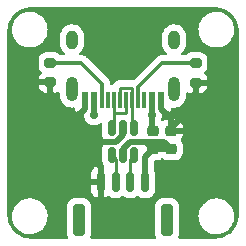
<source format=gbr>
%TF.GenerationSoftware,KiCad,Pcbnew,(6.0.5)*%
%TF.CreationDate,2022-07-03T04:30:49-06:00*%
%TF.ProjectId,usbc-daughter-board,75736263-2d64-4617-9567-687465722d62,1.0*%
%TF.SameCoordinates,Original*%
%TF.FileFunction,Copper,L1,Top*%
%TF.FilePolarity,Positive*%
%FSLAX46Y46*%
G04 Gerber Fmt 4.6, Leading zero omitted, Abs format (unit mm)*
G04 Created by KiCad (PCBNEW (6.0.5)) date 2022-07-03 04:30:49*
%MOMM*%
%LPD*%
G01*
G04 APERTURE LIST*
G04 Aperture macros list*
%AMRoundRect*
0 Rectangle with rounded corners*
0 $1 Rounding radius*
0 $2 $3 $4 $5 $6 $7 $8 $9 X,Y pos of 4 corners*
0 Add a 4 corners polygon primitive as box body*
4,1,4,$2,$3,$4,$5,$6,$7,$8,$9,$2,$3,0*
0 Add four circle primitives for the rounded corners*
1,1,$1+$1,$2,$3*
1,1,$1+$1,$4,$5*
1,1,$1+$1,$6,$7*
1,1,$1+$1,$8,$9*
0 Add four rect primitives between the rounded corners*
20,1,$1+$1,$2,$3,$4,$5,0*
20,1,$1+$1,$4,$5,$6,$7,0*
20,1,$1+$1,$6,$7,$8,$9,0*
20,1,$1+$1,$8,$9,$2,$3,0*%
G04 Aperture macros list end*
%TA.AperFunction,SMDPad,CuDef*%
%ADD10RoundRect,0.218750X-0.256250X0.218750X-0.256250X-0.218750X0.256250X-0.218750X0.256250X0.218750X0*%
%TD*%
%TA.AperFunction,SMDPad,CuDef*%
%ADD11RoundRect,0.200000X-0.275000X0.200000X-0.275000X-0.200000X0.275000X-0.200000X0.275000X0.200000X0*%
%TD*%
%TA.AperFunction,SMDPad,CuDef*%
%ADD12RoundRect,0.150000X-0.150000X0.512500X-0.150000X-0.512500X0.150000X-0.512500X0.150000X0.512500X0*%
%TD*%
%TA.AperFunction,SMDPad,CuDef*%
%ADD13RoundRect,0.225000X0.250000X-0.225000X0.250000X0.225000X-0.250000X0.225000X-0.250000X-0.225000X0*%
%TD*%
%TA.AperFunction,SMDPad,CuDef*%
%ADD14RoundRect,0.150000X-0.150000X-0.700000X0.150000X-0.700000X0.150000X0.700000X-0.150000X0.700000X0*%
%TD*%
%TA.AperFunction,SMDPad,CuDef*%
%ADD15RoundRect,0.250000X-0.250000X-1.100000X0.250000X-1.100000X0.250000X1.100000X-0.250000X1.100000X0*%
%TD*%
%TA.AperFunction,SMDPad,CuDef*%
%ADD16R,0.600000X1.450000*%
%TD*%
%TA.AperFunction,SMDPad,CuDef*%
%ADD17R,0.300000X1.450000*%
%TD*%
%TA.AperFunction,ComponentPad*%
%ADD18O,1.000000X1.600000*%
%TD*%
%TA.AperFunction,ComponentPad*%
%ADD19O,1.000000X2.100000*%
%TD*%
%TA.AperFunction,ViaPad*%
%ADD20C,0.700000*%
%TD*%
%TA.AperFunction,Conductor*%
%ADD21C,0.500000*%
%TD*%
%TA.AperFunction,Conductor*%
%ADD22C,0.300000*%
%TD*%
%TA.AperFunction,Conductor*%
%ADD23C,0.261112*%
%TD*%
G04 APERTURE END LIST*
D10*
%TO.P,F1,1*%
%TO.N,/CON_VBUS*%
X130030000Y-71542500D03*
%TO.P,F1,2*%
%TO.N,VBUS*%
X130030000Y-73117500D03*
%TD*%
D11*
%TO.P,R1,1*%
%TO.N,/CON_CC2*%
X121340000Y-65815000D03*
%TO.P,R1,2*%
%TO.N,GND*%
X121340000Y-67465000D03*
%TD*%
D12*
%TO.P,U1,1,I/O1*%
%TO.N,/CON_USB_D-*%
X128450000Y-71362500D03*
%TO.P,U1,2,GND*%
%TO.N,GND*%
X127500000Y-71362500D03*
%TO.P,U1,3,I/O2*%
%TO.N,/CON_USB_D+*%
X126550000Y-71362500D03*
%TO.P,U1,4,I/O2*%
%TO.N,/JST_USB_D+*%
X126550000Y-73637500D03*
%TO.P,U1,5,VBUS*%
%TO.N,VBUS*%
X127500000Y-73637500D03*
%TO.P,U1,6,I/O1*%
%TO.N,/JST_USB_D-*%
X128450000Y-73637500D03*
%TD*%
D13*
%TO.P,C1,1*%
%TO.N,VBUS*%
X131580000Y-73105000D03*
%TO.P,C1,2*%
%TO.N,GND*%
X131580000Y-71555000D03*
%TD*%
D14*
%TO.P,J2,1,Pin_1*%
%TO.N,GND*%
X125615000Y-75900000D03*
%TO.P,J2,2,Pin_2*%
%TO.N,/JST_USB_D+*%
X126865000Y-75900000D03*
%TO.P,J2,3,Pin_3*%
%TO.N,/JST_USB_D-*%
X128115000Y-75900000D03*
%TO.P,J2,4,Pin_4*%
%TO.N,VBUS*%
X129365000Y-75900000D03*
D15*
%TO.P,J2,MP*%
%TO.N,N/C*%
X123765000Y-79100000D03*
X131215000Y-79100000D03*
%TD*%
D11*
%TO.P,R2,1*%
%TO.N,/CON_CC1*%
X133650000Y-65830000D03*
%TO.P,R2,2*%
%TO.N,GND*%
X133650000Y-67480000D03*
%TD*%
D16*
%TO.P,J1,A1,GND*%
%TO.N,GND*%
X130750000Y-68955000D03*
%TO.P,J1,A4,VBUS*%
%TO.N,/CON_VBUS*%
X129950000Y-68955000D03*
D17*
%TO.P,J1,A5,CC1*%
%TO.N,/CON_CC1*%
X128750000Y-68955000D03*
%TO.P,J1,A6,D+*%
%TO.N,/CON_USB_D+*%
X127750000Y-68955000D03*
%TO.P,J1,A7,D-*%
%TO.N,/CON_USB_D-*%
X127250000Y-68955000D03*
%TO.P,J1,A8,SBU1*%
%TO.N,unconnected-(J1-PadA8)*%
X126250000Y-68955000D03*
D16*
%TO.P,J1,A9,VBUS*%
%TO.N,/CON_VBUS*%
X125050000Y-68955000D03*
%TO.P,J1,A12,GND*%
%TO.N,GND*%
X124250000Y-68955000D03*
%TO.P,J1,B1,GND*%
X124250000Y-68955000D03*
%TO.P,J1,B4,VBUS*%
%TO.N,/CON_VBUS*%
X125050000Y-68955000D03*
D17*
%TO.P,J1,B5,CC2*%
%TO.N,/CON_CC2*%
X125750000Y-68955000D03*
%TO.P,J1,B6,D+*%
%TO.N,/CON_USB_D+*%
X126750000Y-68955000D03*
%TO.P,J1,B7,D-*%
%TO.N,/CON_USB_D-*%
X128250000Y-68955000D03*
%TO.P,J1,B8,SBU2*%
%TO.N,unconnected-(J1-PadB8)*%
X129250000Y-68955000D03*
D16*
%TO.P,J1,B9,VBUS*%
%TO.N,/CON_VBUS*%
X129950000Y-68955000D03*
%TO.P,J1,B12,GND*%
%TO.N,GND*%
X130750000Y-68955000D03*
D18*
%TO.P,J1,S1,SHIELD*%
%TO.N,unconnected-(J1-PadS1)*%
X131820000Y-63860000D03*
D19*
X131820000Y-68040000D03*
D18*
X123180000Y-63860000D03*
D19*
X123180000Y-68040000D03*
%TD*%
D20*
%TO.N,GND*%
X131200000Y-70200000D03*
X125500000Y-74400000D03*
X133600000Y-68500000D03*
X123800000Y-70200000D03*
X125600000Y-72500000D03*
X132300000Y-70600000D03*
X121400000Y-68500000D03*
%TO.N,/CON_VBUS*%
X129940000Y-70230000D03*
X125050000Y-70240000D03*
%TD*%
D21*
%TO.N,VBUS*%
X131580000Y-73105000D02*
X130042500Y-73105000D01*
X131177500Y-72702500D02*
X131000480Y-72525480D01*
X130030000Y-73117500D02*
X130445000Y-72702500D01*
X129365000Y-75900000D02*
X129365000Y-73782500D01*
X127500000Y-73077151D02*
X128051671Y-72525480D01*
X130030000Y-73117500D02*
X129437980Y-72525480D01*
X128051671Y-72525480D02*
X131000480Y-72525480D01*
X129365000Y-73782500D02*
X130030000Y-73117500D01*
X131580000Y-73105000D02*
X131177500Y-72702500D01*
X130445000Y-72702500D02*
X131177500Y-72702500D01*
X130042500Y-73105000D02*
X130030000Y-73117500D01*
X127500000Y-73637500D02*
X127500000Y-73077151D01*
%TO.N,GND*%
X127500000Y-71362500D02*
X127500000Y-71922849D01*
X133650000Y-68450000D02*
X133600000Y-68500000D01*
X121340000Y-67465000D02*
X121340000Y-68440000D01*
X127500000Y-71922849D02*
X126922849Y-72500000D01*
X121340000Y-68440000D02*
X121400000Y-68500000D01*
X133650000Y-67480000D02*
X133650000Y-68450000D01*
X126922849Y-72500000D02*
X125600000Y-72500000D01*
X130750000Y-68955000D02*
X130750000Y-69750000D01*
X130750000Y-69750000D02*
X131200000Y-70200000D01*
X124250000Y-69750000D02*
X123800000Y-70200000D01*
X131580000Y-71320000D02*
X132300000Y-70600000D01*
X125615000Y-75900000D02*
X125615000Y-74515000D01*
X124250000Y-68955000D02*
X124250000Y-69750000D01*
X131580000Y-71555000D02*
X131580000Y-71320000D01*
X125615000Y-74515000D02*
X125500000Y-74400000D01*
%TO.N,/CON_VBUS*%
X129940000Y-70230000D02*
X129940000Y-71452500D01*
X129950000Y-68955000D02*
X129950000Y-70220000D01*
X129940000Y-71452500D02*
X130030000Y-71542500D01*
X129950000Y-70220000D02*
X129940000Y-70230000D01*
X125050000Y-68955000D02*
X125050000Y-70240000D01*
D22*
%TO.N,/CON_CC1*%
X128750000Y-67880978D02*
X130800978Y-65830000D01*
X128750000Y-68955000D02*
X128750000Y-67880978D01*
X130800978Y-65830000D02*
X133650000Y-65830000D01*
D23*
%TO.N,/CON_USB_D+*%
X126750000Y-71162500D02*
X126550000Y-71362500D01*
X127750000Y-69990134D02*
X127720134Y-70020000D01*
X127720134Y-70020000D02*
X126779866Y-70020000D01*
X126750000Y-68955000D02*
X126750000Y-71162500D01*
X126779866Y-70020000D02*
X126750000Y-69990134D01*
X126750000Y-69990134D02*
X126750000Y-68955000D01*
X127750000Y-68955000D02*
X127750000Y-69990134D01*
%TO.N,/CON_USB_D-*%
X127250000Y-68955000D02*
X127250000Y-67919866D01*
X128250000Y-68955000D02*
X128250000Y-71162500D01*
X128230067Y-67899933D02*
X128250000Y-67919866D01*
X128250000Y-71162500D02*
X128450000Y-71362500D01*
X127269933Y-67899933D02*
X128230067Y-67899933D01*
X128250000Y-67919866D02*
X128250000Y-68955000D01*
X127250000Y-67919866D02*
X127269933Y-67899933D01*
D22*
%TO.N,/CON_CC2*%
X125750000Y-67625371D02*
X123939629Y-65815000D01*
X125750000Y-68955000D02*
X125750000Y-67625371D01*
X123939629Y-65815000D02*
X121340000Y-65815000D01*
D23*
%TO.N,/JST_USB_D-*%
X128115000Y-75900000D02*
X128130076Y-75884924D01*
X128130076Y-73951147D02*
X128443723Y-73637500D01*
X128443723Y-73637500D02*
X128450000Y-73637500D01*
X128130076Y-75884924D02*
X128130076Y-73951147D01*
%TO.N,/JST_USB_D+*%
X126865000Y-75900000D02*
X126865000Y-73952500D01*
X126865000Y-73952500D02*
X126550000Y-73637500D01*
%TD*%
%TA.AperFunction,Conductor*%
%TO.N,GND*%
G36*
X135270018Y-61110000D02*
G01*
X135284851Y-61112310D01*
X135284855Y-61112310D01*
X135293724Y-61113691D01*
X135310012Y-61111561D01*
X135334589Y-61110767D01*
X135361441Y-61112527D01*
X135551701Y-61124998D01*
X135568041Y-61127149D01*
X135687690Y-61150948D01*
X135807343Y-61174749D01*
X135823257Y-61179013D01*
X135938776Y-61218227D01*
X136054292Y-61257439D01*
X136069519Y-61263746D01*
X136288342Y-61371657D01*
X136302616Y-61379898D01*
X136505478Y-61515447D01*
X136518553Y-61525480D01*
X136701993Y-61686352D01*
X136713648Y-61698007D01*
X136874520Y-61881447D01*
X136884553Y-61894522D01*
X137020102Y-62097384D01*
X137028343Y-62111658D01*
X137136254Y-62330481D01*
X137142561Y-62345708D01*
X137217788Y-62567318D01*
X137220986Y-62576740D01*
X137225251Y-62592657D01*
X137231482Y-62623980D01*
X137272851Y-62831959D01*
X137275002Y-62848299D01*
X137288077Y-63047763D01*
X137288763Y-63058236D01*
X137287733Y-63081350D01*
X137287690Y-63084854D01*
X137286309Y-63093724D01*
X137287473Y-63102626D01*
X137287473Y-63102628D01*
X137290436Y-63125283D01*
X137291500Y-63141621D01*
X137291500Y-78650633D01*
X137290000Y-78670018D01*
X137287690Y-78684851D01*
X137287690Y-78684855D01*
X137286309Y-78693724D01*
X137288136Y-78707694D01*
X137288439Y-78710010D01*
X137289233Y-78734590D01*
X137275002Y-78951701D01*
X137272851Y-78968041D01*
X137225252Y-79207340D01*
X137220986Y-79223260D01*
X137142561Y-79454292D01*
X137136254Y-79469519D01*
X137028343Y-79688342D01*
X137020102Y-79702616D01*
X136884553Y-79905478D01*
X136874520Y-79918553D01*
X136713648Y-80101993D01*
X136701993Y-80113648D01*
X136518553Y-80274520D01*
X136505478Y-80284553D01*
X136302616Y-80420102D01*
X136288342Y-80428343D01*
X136069519Y-80536254D01*
X136054292Y-80542561D01*
X136039542Y-80547568D01*
X135823257Y-80620987D01*
X135807343Y-80625251D01*
X135697562Y-80647088D01*
X135568041Y-80672851D01*
X135551701Y-80675002D01*
X135410437Y-80684262D01*
X135341763Y-80688763D01*
X135318650Y-80687733D01*
X135315146Y-80687690D01*
X135306276Y-80686309D01*
X135297374Y-80687473D01*
X135297372Y-80687473D01*
X135283915Y-80689233D01*
X135274714Y-80690436D01*
X135258379Y-80691500D01*
X132275265Y-80691500D01*
X132207144Y-80671498D01*
X132160651Y-80617842D01*
X132150547Y-80547568D01*
X132157870Y-80522988D01*
X132157115Y-80522738D01*
X132210632Y-80361389D01*
X132210632Y-80361387D01*
X132212797Y-80354861D01*
X132223500Y-80250400D01*
X132223500Y-78852817D01*
X133887514Y-78852817D01*
X133888095Y-78857837D01*
X133888095Y-78857841D01*
X133903923Y-78994631D01*
X133915415Y-79093956D01*
X133916791Y-79098820D01*
X133916792Y-79098823D01*
X133962476Y-79260266D01*
X133981510Y-79327532D01*
X133983644Y-79332108D01*
X133983646Y-79332114D01*
X134042483Y-79458290D01*
X134084099Y-79547536D01*
X134220544Y-79748307D01*
X134387332Y-79924681D01*
X134391358Y-79927759D01*
X134391359Y-79927760D01*
X134576154Y-80069047D01*
X134576158Y-80069050D01*
X134580174Y-80072120D01*
X134794109Y-80186831D01*
X135023631Y-80265862D01*
X135073757Y-80274520D01*
X135258926Y-80306504D01*
X135258932Y-80306505D01*
X135262836Y-80307179D01*
X135266797Y-80307359D01*
X135266798Y-80307359D01*
X135290506Y-80308436D01*
X135290525Y-80308436D01*
X135291925Y-80308500D01*
X135461001Y-80308500D01*
X135463509Y-80308298D01*
X135463514Y-80308298D01*
X135636924Y-80294346D01*
X135636929Y-80294345D01*
X135641965Y-80293940D01*
X135646873Y-80292734D01*
X135646876Y-80292734D01*
X135872792Y-80237244D01*
X135877706Y-80236037D01*
X135882358Y-80234062D01*
X135882362Y-80234061D01*
X136096498Y-80143165D01*
X136101156Y-80141188D01*
X136207037Y-80074511D01*
X136302288Y-80014528D01*
X136302291Y-80014526D01*
X136306567Y-80011833D01*
X136405422Y-79924681D01*
X136484858Y-79854650D01*
X136484861Y-79854647D01*
X136488655Y-79851302D01*
X136576696Y-79744119D01*
X136639526Y-79667628D01*
X136639528Y-79667625D01*
X136642734Y-79663722D01*
X136713023Y-79542954D01*
X136762299Y-79458290D01*
X136762300Y-79458288D01*
X136764841Y-79453922D01*
X136851833Y-79227298D01*
X136854311Y-79215438D01*
X136900440Y-78994631D01*
X136900440Y-78994627D01*
X136901474Y-78989680D01*
X136912486Y-78747183D01*
X136907027Y-78700000D01*
X136885167Y-78511071D01*
X136885166Y-78511067D01*
X136884585Y-78506044D01*
X136845517Y-78367978D01*
X136819866Y-78277331D01*
X136818490Y-78272468D01*
X136816356Y-78267892D01*
X136816354Y-78267886D01*
X136718038Y-78057046D01*
X136718036Y-78057042D01*
X136715901Y-78052464D01*
X136579456Y-77851693D01*
X136412668Y-77675319D01*
X136405481Y-77669824D01*
X136223846Y-77530953D01*
X136223842Y-77530950D01*
X136219826Y-77527880D01*
X136005891Y-77413169D01*
X135776369Y-77334138D01*
X135646609Y-77311725D01*
X135541074Y-77293496D01*
X135541068Y-77293495D01*
X135537164Y-77292821D01*
X135533203Y-77292641D01*
X135533202Y-77292641D01*
X135509494Y-77291564D01*
X135509475Y-77291564D01*
X135508075Y-77291500D01*
X135338999Y-77291500D01*
X135336491Y-77291702D01*
X135336486Y-77291702D01*
X135163076Y-77305654D01*
X135163071Y-77305655D01*
X135158035Y-77306060D01*
X135153127Y-77307266D01*
X135153124Y-77307266D01*
X135037007Y-77335787D01*
X134922294Y-77363963D01*
X134917642Y-77365938D01*
X134917638Y-77365939D01*
X134810252Y-77411522D01*
X134698844Y-77458812D01*
X134694560Y-77461510D01*
X134497712Y-77585472D01*
X134497709Y-77585474D01*
X134493433Y-77588167D01*
X134489639Y-77591512D01*
X134315142Y-77745350D01*
X134315139Y-77745353D01*
X134311345Y-77748698D01*
X134308135Y-77752606D01*
X134308134Y-77752607D01*
X134227567Y-77850692D01*
X134157266Y-77936278D01*
X134035159Y-78146078D01*
X133948167Y-78372702D01*
X133898526Y-78610320D01*
X133887514Y-78852817D01*
X132223500Y-78852817D01*
X132223500Y-77949600D01*
X132222118Y-77936278D01*
X132213238Y-77850692D01*
X132213237Y-77850688D01*
X132212526Y-77843834D01*
X132156550Y-77676054D01*
X132063478Y-77525652D01*
X131938303Y-77400695D01*
X131876755Y-77362756D01*
X131793968Y-77311725D01*
X131793966Y-77311724D01*
X131787738Y-77307885D01*
X131707995Y-77281436D01*
X131626389Y-77254368D01*
X131626387Y-77254368D01*
X131619861Y-77252203D01*
X131613025Y-77251503D01*
X131613022Y-77251502D01*
X131569969Y-77247091D01*
X131515400Y-77241500D01*
X130914600Y-77241500D01*
X130911354Y-77241837D01*
X130911350Y-77241837D01*
X130815692Y-77251762D01*
X130815688Y-77251763D01*
X130808834Y-77252474D01*
X130802298Y-77254655D01*
X130802296Y-77254655D01*
X130691859Y-77291500D01*
X130641054Y-77308450D01*
X130490652Y-77401522D01*
X130365695Y-77526697D01*
X130272885Y-77677262D01*
X130217203Y-77845139D01*
X130206500Y-77949600D01*
X130206500Y-80250400D01*
X130206837Y-80253646D01*
X130206837Y-80253650D01*
X130212522Y-80308436D01*
X130217474Y-80356166D01*
X130219655Y-80362702D01*
X130219655Y-80362704D01*
X130273450Y-80523946D01*
X130270779Y-80524837D01*
X130279597Y-80582226D01*
X130250729Y-80647088D01*
X130191377Y-80686047D01*
X130154712Y-80691500D01*
X124825265Y-80691500D01*
X124757144Y-80671498D01*
X124710651Y-80617842D01*
X124700547Y-80547568D01*
X124707870Y-80522988D01*
X124707115Y-80522738D01*
X124760632Y-80361389D01*
X124760632Y-80361387D01*
X124762797Y-80354861D01*
X124773500Y-80250400D01*
X124773500Y-77949600D01*
X124772118Y-77936278D01*
X124763238Y-77850692D01*
X124763237Y-77850688D01*
X124762526Y-77843834D01*
X124706550Y-77676054D01*
X124613478Y-77525652D01*
X124488303Y-77400695D01*
X124426755Y-77362756D01*
X124343968Y-77311725D01*
X124343966Y-77311724D01*
X124337738Y-77307885D01*
X124257995Y-77281436D01*
X124176389Y-77254368D01*
X124176387Y-77254368D01*
X124169861Y-77252203D01*
X124163025Y-77251503D01*
X124163022Y-77251502D01*
X124119969Y-77247091D01*
X124065400Y-77241500D01*
X123464600Y-77241500D01*
X123461354Y-77241837D01*
X123461350Y-77241837D01*
X123365692Y-77251762D01*
X123365688Y-77251763D01*
X123358834Y-77252474D01*
X123352298Y-77254655D01*
X123352296Y-77254655D01*
X123241859Y-77291500D01*
X123191054Y-77308450D01*
X123040652Y-77401522D01*
X122915695Y-77526697D01*
X122822885Y-77677262D01*
X122767203Y-77845139D01*
X122756500Y-77949600D01*
X122756500Y-80250400D01*
X122756837Y-80253646D01*
X122756837Y-80253650D01*
X122762522Y-80308436D01*
X122767474Y-80356166D01*
X122769655Y-80362702D01*
X122769655Y-80362704D01*
X122823450Y-80523946D01*
X122820779Y-80524837D01*
X122829597Y-80582226D01*
X122800729Y-80647088D01*
X122741377Y-80686047D01*
X122704712Y-80691500D01*
X119749367Y-80691500D01*
X119729982Y-80690000D01*
X119715149Y-80687690D01*
X119715145Y-80687690D01*
X119706276Y-80686309D01*
X119689988Y-80688439D01*
X119665411Y-80689233D01*
X119616804Y-80686047D01*
X119448299Y-80675002D01*
X119431959Y-80672851D01*
X119302438Y-80647088D01*
X119192657Y-80625251D01*
X119176743Y-80620987D01*
X118960458Y-80547568D01*
X118945708Y-80542561D01*
X118930481Y-80536254D01*
X118711658Y-80428343D01*
X118697384Y-80420102D01*
X118494522Y-80284553D01*
X118481447Y-80274520D01*
X118298007Y-80113648D01*
X118286352Y-80101993D01*
X118125480Y-79918553D01*
X118115447Y-79905478D01*
X117979898Y-79702616D01*
X117971657Y-79688342D01*
X117863746Y-79469519D01*
X117857439Y-79454292D01*
X117779014Y-79223260D01*
X117774748Y-79207340D01*
X117727149Y-78968041D01*
X117724998Y-78951701D01*
X117718516Y-78852817D01*
X118087514Y-78852817D01*
X118088095Y-78857837D01*
X118088095Y-78857841D01*
X118103923Y-78994631D01*
X118115415Y-79093956D01*
X118116791Y-79098820D01*
X118116792Y-79098823D01*
X118162476Y-79260266D01*
X118181510Y-79327532D01*
X118183644Y-79332108D01*
X118183646Y-79332114D01*
X118242483Y-79458290D01*
X118284099Y-79547536D01*
X118420544Y-79748307D01*
X118587332Y-79924681D01*
X118591358Y-79927759D01*
X118591359Y-79927760D01*
X118776154Y-80069047D01*
X118776158Y-80069050D01*
X118780174Y-80072120D01*
X118994109Y-80186831D01*
X119223631Y-80265862D01*
X119273757Y-80274520D01*
X119458926Y-80306504D01*
X119458932Y-80306505D01*
X119462836Y-80307179D01*
X119466797Y-80307359D01*
X119466798Y-80307359D01*
X119490506Y-80308436D01*
X119490525Y-80308436D01*
X119491925Y-80308500D01*
X119661001Y-80308500D01*
X119663509Y-80308298D01*
X119663514Y-80308298D01*
X119836924Y-80294346D01*
X119836929Y-80294345D01*
X119841965Y-80293940D01*
X119846873Y-80292734D01*
X119846876Y-80292734D01*
X120072792Y-80237244D01*
X120077706Y-80236037D01*
X120082358Y-80234062D01*
X120082362Y-80234061D01*
X120296498Y-80143165D01*
X120301156Y-80141188D01*
X120407037Y-80074511D01*
X120502288Y-80014528D01*
X120502291Y-80014526D01*
X120506567Y-80011833D01*
X120605422Y-79924681D01*
X120684858Y-79854650D01*
X120684861Y-79854647D01*
X120688655Y-79851302D01*
X120776696Y-79744119D01*
X120839526Y-79667628D01*
X120839528Y-79667625D01*
X120842734Y-79663722D01*
X120913023Y-79542954D01*
X120962299Y-79458290D01*
X120962300Y-79458288D01*
X120964841Y-79453922D01*
X121051833Y-79227298D01*
X121054311Y-79215438D01*
X121100440Y-78994631D01*
X121100440Y-78994627D01*
X121101474Y-78989680D01*
X121112486Y-78747183D01*
X121107027Y-78700000D01*
X121085167Y-78511071D01*
X121085166Y-78511067D01*
X121084585Y-78506044D01*
X121045517Y-78367978D01*
X121019866Y-78277331D01*
X121018490Y-78272468D01*
X121016356Y-78267892D01*
X121016354Y-78267886D01*
X120918038Y-78057046D01*
X120918036Y-78057042D01*
X120915901Y-78052464D01*
X120779456Y-77851693D01*
X120612668Y-77675319D01*
X120605481Y-77669824D01*
X120423846Y-77530953D01*
X120423842Y-77530950D01*
X120419826Y-77527880D01*
X120205891Y-77413169D01*
X119976369Y-77334138D01*
X119846609Y-77311725D01*
X119741074Y-77293496D01*
X119741068Y-77293495D01*
X119737164Y-77292821D01*
X119733203Y-77292641D01*
X119733202Y-77292641D01*
X119709494Y-77291564D01*
X119709475Y-77291564D01*
X119708075Y-77291500D01*
X119538999Y-77291500D01*
X119536491Y-77291702D01*
X119536486Y-77291702D01*
X119363076Y-77305654D01*
X119363071Y-77305655D01*
X119358035Y-77306060D01*
X119353127Y-77307266D01*
X119353124Y-77307266D01*
X119237007Y-77335787D01*
X119122294Y-77363963D01*
X119117642Y-77365938D01*
X119117638Y-77365939D01*
X119010252Y-77411522D01*
X118898844Y-77458812D01*
X118894560Y-77461510D01*
X118697712Y-77585472D01*
X118697709Y-77585474D01*
X118693433Y-77588167D01*
X118689639Y-77591512D01*
X118515142Y-77745350D01*
X118515139Y-77745353D01*
X118511345Y-77748698D01*
X118508135Y-77752606D01*
X118508134Y-77752607D01*
X118427567Y-77850692D01*
X118357266Y-77936278D01*
X118235159Y-78146078D01*
X118148167Y-78372702D01*
X118098526Y-78610320D01*
X118087514Y-78852817D01*
X117718516Y-78852817D01*
X117711476Y-78745407D01*
X117712650Y-78722232D01*
X117712334Y-78722204D01*
X117712770Y-78717344D01*
X117713576Y-78712552D01*
X117713729Y-78700000D01*
X117709773Y-78672376D01*
X117708500Y-78654514D01*
X117708500Y-76663984D01*
X124807001Y-76663984D01*
X124807195Y-76668920D01*
X124809430Y-76697336D01*
X124811730Y-76709931D01*
X124854107Y-76855790D01*
X124860352Y-76870221D01*
X124936911Y-76999678D01*
X124946551Y-77012104D01*
X125052896Y-77118449D01*
X125065322Y-77128089D01*
X125194779Y-77204648D01*
X125209210Y-77210893D01*
X125343605Y-77249939D01*
X125357706Y-77249899D01*
X125361000Y-77242630D01*
X125361000Y-76172115D01*
X125356525Y-76156876D01*
X125355135Y-76155671D01*
X125347452Y-76154000D01*
X124825116Y-76154000D01*
X124809877Y-76158475D01*
X124808672Y-76159865D01*
X124807001Y-76167548D01*
X124807001Y-76663984D01*
X117708500Y-76663984D01*
X117708500Y-75627885D01*
X124807000Y-75627885D01*
X124811475Y-75643124D01*
X124812865Y-75644329D01*
X124820548Y-75646000D01*
X125342885Y-75646000D01*
X125358124Y-75641525D01*
X125359329Y-75640135D01*
X125361000Y-75632452D01*
X125361000Y-74563122D01*
X125357027Y-74549591D01*
X125349129Y-74548456D01*
X125209210Y-74589107D01*
X125194779Y-74595352D01*
X125065322Y-74671911D01*
X125052896Y-74681551D01*
X124946551Y-74787896D01*
X124936911Y-74800322D01*
X124860352Y-74929779D01*
X124854107Y-74944210D01*
X124811731Y-75090065D01*
X124809430Y-75102667D01*
X124807193Y-75131084D01*
X124807000Y-75136014D01*
X124807000Y-75627885D01*
X117708500Y-75627885D01*
X117708500Y-67729294D01*
X120357709Y-67729294D01*
X120363132Y-67788315D01*
X120365743Y-67801351D01*
X120412715Y-67951243D01*
X120418921Y-67964988D01*
X120499824Y-68098574D01*
X120509131Y-68110443D01*
X120619557Y-68220869D01*
X120631426Y-68230176D01*
X120765012Y-68311079D01*
X120778757Y-68317285D01*
X120928644Y-68364256D01*
X120941694Y-68366869D01*
X121005521Y-68372734D01*
X121011309Y-68373000D01*
X121067885Y-68373000D01*
X121083124Y-68368525D01*
X121084329Y-68367135D01*
X121086000Y-68359452D01*
X121086000Y-67737115D01*
X121081525Y-67721876D01*
X121080135Y-67720671D01*
X121072452Y-67719000D01*
X120375116Y-67719000D01*
X120359877Y-67723475D01*
X120358672Y-67724865D01*
X120357709Y-67729294D01*
X117708500Y-67729294D01*
X117708500Y-65558365D01*
X120356500Y-65558365D01*
X120356501Y-66071634D01*
X120363247Y-66145062D01*
X120414528Y-66308699D01*
X120503361Y-66455381D01*
X120599239Y-66551259D01*
X120633265Y-66613571D01*
X120628200Y-66684386D01*
X120599239Y-66729449D01*
X120509131Y-66819557D01*
X120499824Y-66831426D01*
X120418921Y-66965012D01*
X120412715Y-66978757D01*
X120365744Y-67128644D01*
X120363131Y-67141694D01*
X120358087Y-67196586D01*
X120361475Y-67208124D01*
X120362865Y-67209329D01*
X120370548Y-67211000D01*
X121468000Y-67211000D01*
X121536121Y-67231002D01*
X121582614Y-67284658D01*
X121594000Y-67337000D01*
X121594000Y-68354884D01*
X121598475Y-68370123D01*
X121599865Y-68371328D01*
X121607548Y-68372999D01*
X121668705Y-68372999D01*
X121674454Y-68372736D01*
X121738315Y-68366868D01*
X121751351Y-68364257D01*
X121901243Y-68317285D01*
X121914988Y-68311079D01*
X121980228Y-68271568D01*
X122048858Y-68253389D01*
X122116422Y-68275199D01*
X122161468Y-68330075D01*
X122171500Y-68379344D01*
X122171500Y-68639769D01*
X122171800Y-68642825D01*
X122171800Y-68642832D01*
X122172530Y-68650273D01*
X122185920Y-68786833D01*
X122243084Y-68976169D01*
X122335934Y-69150796D01*
X122406291Y-69237062D01*
X122457040Y-69299287D01*
X122457043Y-69299290D01*
X122460935Y-69304062D01*
X122465682Y-69307989D01*
X122465684Y-69307991D01*
X122608575Y-69426201D01*
X122608579Y-69426203D01*
X122613325Y-69430130D01*
X122787299Y-69524198D01*
X122976232Y-69582682D01*
X122982357Y-69583326D01*
X122982358Y-69583326D01*
X123166796Y-69602711D01*
X123166798Y-69602711D01*
X123172925Y-69603355D01*
X123304582Y-69591373D01*
X123374234Y-69605118D01*
X123425399Y-69654339D01*
X123442001Y-69716854D01*
X123442001Y-69724669D01*
X123442371Y-69731490D01*
X123447895Y-69782352D01*
X123451521Y-69797604D01*
X123496676Y-69918054D01*
X123505214Y-69933649D01*
X123581715Y-70035724D01*
X123594276Y-70048285D01*
X123696351Y-70124786D01*
X123711946Y-70133324D01*
X123832394Y-70178478D01*
X123847649Y-70182105D01*
X123898514Y-70187631D01*
X123905328Y-70188000D01*
X124067855Y-70188000D01*
X124135976Y-70208002D01*
X124182469Y-70261658D01*
X124193164Y-70300828D01*
X124205635Y-70419475D01*
X124261401Y-70591107D01*
X124264704Y-70596829D01*
X124264705Y-70596830D01*
X124296689Y-70652227D01*
X124351633Y-70747393D01*
X124472387Y-70881504D01*
X124477729Y-70885385D01*
X124477731Y-70885387D01*
X124613043Y-70983697D01*
X124618385Y-70987578D01*
X124624413Y-70990262D01*
X124624415Y-70990263D01*
X124777217Y-71058295D01*
X124783248Y-71060980D01*
X124871508Y-71079740D01*
X124953311Y-71097128D01*
X124953315Y-71097128D01*
X124959768Y-71098500D01*
X125140232Y-71098500D01*
X125146685Y-71097128D01*
X125146689Y-71097128D01*
X125228492Y-71079740D01*
X125316752Y-71060980D01*
X125322783Y-71058295D01*
X125475585Y-70990263D01*
X125475587Y-70990262D01*
X125481615Y-70987578D01*
X125541440Y-70944113D01*
X125608306Y-70920255D01*
X125677458Y-70936335D01*
X125726938Y-70987249D01*
X125741500Y-71046049D01*
X125741500Y-71941502D01*
X125741693Y-71943950D01*
X125741693Y-71943958D01*
X125743518Y-71967136D01*
X125744438Y-71978831D01*
X125790855Y-72138601D01*
X125801648Y-72156851D01*
X125871509Y-72274980D01*
X125871511Y-72274983D01*
X125875547Y-72281807D01*
X125993193Y-72399453D01*
X125997002Y-72401706D01*
X126037655Y-72457996D01*
X126041506Y-72528888D01*
X126006418Y-72590609D01*
X125998724Y-72597276D01*
X125993193Y-72600547D01*
X125875547Y-72718193D01*
X125871511Y-72725017D01*
X125871509Y-72725020D01*
X125808674Y-72831268D01*
X125790855Y-72861399D01*
X125744438Y-73021169D01*
X125741500Y-73058498D01*
X125741500Y-74216502D01*
X125744438Y-74253831D01*
X125790855Y-74413601D01*
X125851455Y-74516069D01*
X125869000Y-74580206D01*
X125869000Y-77236878D01*
X125872973Y-77250409D01*
X125880871Y-77251544D01*
X126020790Y-77210893D01*
X126035221Y-77204648D01*
X126171498Y-77124055D01*
X126172573Y-77125874D01*
X126228454Y-77103936D01*
X126298076Y-77117839D01*
X126307880Y-77124140D01*
X126308193Y-77124453D01*
X126451399Y-77209145D01*
X126459010Y-77211356D01*
X126459012Y-77211357D01*
X126511231Y-77226528D01*
X126611169Y-77255562D01*
X126617574Y-77256066D01*
X126617579Y-77256067D01*
X126646042Y-77258307D01*
X126646050Y-77258307D01*
X126648498Y-77258500D01*
X127081502Y-77258500D01*
X127083950Y-77258307D01*
X127083958Y-77258307D01*
X127112421Y-77256067D01*
X127112426Y-77256066D01*
X127118831Y-77255562D01*
X127218769Y-77226528D01*
X127270988Y-77211357D01*
X127270990Y-77211356D01*
X127278601Y-77209145D01*
X127421807Y-77124453D01*
X127422864Y-77126241D01*
X127478851Y-77104255D01*
X127548475Y-77118151D01*
X127558034Y-77124294D01*
X127558193Y-77124453D01*
X127701399Y-77209145D01*
X127709010Y-77211356D01*
X127709012Y-77211357D01*
X127761231Y-77226528D01*
X127861169Y-77255562D01*
X127867574Y-77256066D01*
X127867579Y-77256067D01*
X127896042Y-77258307D01*
X127896050Y-77258307D01*
X127898498Y-77258500D01*
X128331502Y-77258500D01*
X128333950Y-77258307D01*
X128333958Y-77258307D01*
X128362421Y-77256067D01*
X128362426Y-77256066D01*
X128368831Y-77255562D01*
X128468769Y-77226528D01*
X128520988Y-77211357D01*
X128520990Y-77211356D01*
X128528601Y-77209145D01*
X128671807Y-77124453D01*
X128672864Y-77126241D01*
X128728851Y-77104255D01*
X128798475Y-77118151D01*
X128808034Y-77124294D01*
X128808193Y-77124453D01*
X128951399Y-77209145D01*
X128959010Y-77211356D01*
X128959012Y-77211357D01*
X129011231Y-77226528D01*
X129111169Y-77255562D01*
X129117574Y-77256066D01*
X129117579Y-77256067D01*
X129146042Y-77258307D01*
X129146050Y-77258307D01*
X129148498Y-77258500D01*
X129581502Y-77258500D01*
X129583950Y-77258307D01*
X129583958Y-77258307D01*
X129612421Y-77256067D01*
X129612426Y-77256066D01*
X129618831Y-77255562D01*
X129718769Y-77226528D01*
X129770988Y-77211357D01*
X129770990Y-77211356D01*
X129778601Y-77209145D01*
X129807411Y-77192107D01*
X129914980Y-77128491D01*
X129914983Y-77128489D01*
X129921807Y-77124453D01*
X130039453Y-77006807D01*
X130043489Y-76999983D01*
X130043491Y-76999980D01*
X130120108Y-76870427D01*
X130124145Y-76863601D01*
X130126415Y-76855790D01*
X130168767Y-76710008D01*
X130170562Y-76703831D01*
X130171074Y-76697336D01*
X130173307Y-76668958D01*
X130173307Y-76668950D01*
X130173500Y-76666502D01*
X130173500Y-75133498D01*
X130173307Y-75131042D01*
X130171067Y-75102579D01*
X130171066Y-75102574D01*
X130170562Y-75096169D01*
X130128503Y-74951398D01*
X130123500Y-74916246D01*
X130123500Y-74189500D01*
X130143502Y-74121379D01*
X130197158Y-74074886D01*
X130249500Y-74063500D01*
X130334572Y-74063500D01*
X130337818Y-74063163D01*
X130337822Y-74063163D01*
X130371603Y-74059658D01*
X130435982Y-74052978D01*
X130596849Y-73999308D01*
X130707991Y-73930531D01*
X130740795Y-73910232D01*
X130809247Y-73891395D01*
X130873214Y-73910117D01*
X130873401Y-73910232D01*
X131017899Y-73999302D01*
X131180243Y-74053149D01*
X131187080Y-74053849D01*
X131187082Y-74053850D01*
X131228401Y-74058083D01*
X131281268Y-74063500D01*
X131878732Y-74063500D01*
X131881978Y-74063163D01*
X131881982Y-74063163D01*
X131916083Y-74059625D01*
X131981019Y-74052887D01*
X132134726Y-74001606D01*
X132136324Y-74001073D01*
X132136326Y-74001072D01*
X132143268Y-73998756D01*
X132288713Y-73908752D01*
X132409552Y-73787702D01*
X132499302Y-73642101D01*
X132553149Y-73479757D01*
X132563500Y-73378732D01*
X132563500Y-72831268D01*
X132552887Y-72728981D01*
X132541304Y-72694263D01*
X132501073Y-72573676D01*
X132501072Y-72573674D01*
X132498756Y-72566732D01*
X132475338Y-72528888D01*
X132412606Y-72427515D01*
X132408752Y-72421287D01*
X132403570Y-72416114D01*
X132399023Y-72410377D01*
X132400830Y-72408945D01*
X132372098Y-72356425D01*
X132377108Y-72285605D01*
X132400499Y-72249147D01*
X132399448Y-72248317D01*
X132412998Y-72231160D01*
X132495004Y-72098120D01*
X132501151Y-72084939D01*
X132550491Y-71936186D01*
X132553358Y-71922810D01*
X132562672Y-71831903D01*
X132562929Y-71826874D01*
X132558525Y-71811876D01*
X132557135Y-71810671D01*
X132549452Y-71809000D01*
X131452000Y-71809000D01*
X131383879Y-71788998D01*
X131337386Y-71735342D01*
X131326000Y-71683000D01*
X131326000Y-71282885D01*
X131834000Y-71282885D01*
X131838475Y-71298124D01*
X131839865Y-71299329D01*
X131847548Y-71301000D01*
X132544885Y-71301000D01*
X132560124Y-71296525D01*
X132561329Y-71295135D01*
X132563000Y-71287452D01*
X132563000Y-71284562D01*
X132562663Y-71278047D01*
X132553106Y-71185943D01*
X132550212Y-71172544D01*
X132500619Y-71023893D01*
X132494445Y-71010714D01*
X132412212Y-70877827D01*
X132403176Y-70866426D01*
X132292571Y-70756014D01*
X132281160Y-70747002D01*
X132148120Y-70664996D01*
X132134939Y-70658849D01*
X131986186Y-70609509D01*
X131972810Y-70606642D01*
X131881903Y-70597328D01*
X131875486Y-70597000D01*
X131852115Y-70597000D01*
X131836876Y-70601475D01*
X131835671Y-70602865D01*
X131834000Y-70610548D01*
X131834000Y-71282885D01*
X131326000Y-71282885D01*
X131326000Y-70615115D01*
X131321525Y-70599876D01*
X131320135Y-70598671D01*
X131312452Y-70597000D01*
X131284562Y-70597000D01*
X131278047Y-70597337D01*
X131185943Y-70606894D01*
X131172544Y-70609788D01*
X131023893Y-70659381D01*
X131010721Y-70665552D01*
X130915645Y-70724386D01*
X130847193Y-70743223D01*
X130779423Y-70722062D01*
X130733852Y-70667621D01*
X130724949Y-70597184D01*
X130729509Y-70578305D01*
X130782325Y-70415754D01*
X130782325Y-70415753D01*
X130784365Y-70409475D01*
X130785055Y-70402911D01*
X130795785Y-70300828D01*
X130822799Y-70235171D01*
X130881021Y-70194542D01*
X130921095Y-70187999D01*
X131094669Y-70187999D01*
X131101490Y-70187629D01*
X131152352Y-70182105D01*
X131167604Y-70178479D01*
X131288054Y-70133324D01*
X131303649Y-70124786D01*
X131405724Y-70048285D01*
X131418285Y-70035724D01*
X131494786Y-69933649D01*
X131503324Y-69918054D01*
X131548478Y-69797606D01*
X131552105Y-69782351D01*
X131557631Y-69731486D01*
X131558000Y-69724672D01*
X131558000Y-69716499D01*
X131578002Y-69648378D01*
X131631658Y-69601885D01*
X131697170Y-69591189D01*
X131806796Y-69602711D01*
X131806798Y-69602711D01*
X131812925Y-69603355D01*
X131895424Y-69595847D01*
X132003749Y-69585989D01*
X132003752Y-69585988D01*
X132009888Y-69585430D01*
X132015794Y-69583692D01*
X132015798Y-69583691D01*
X132120924Y-69552751D01*
X132199619Y-69529590D01*
X132205077Y-69526737D01*
X132205081Y-69526735D01*
X132295853Y-69479280D01*
X132374890Y-69437960D01*
X132529025Y-69314032D01*
X132656154Y-69162526D01*
X132659121Y-69157128D01*
X132659125Y-69157123D01*
X132748467Y-68994608D01*
X132751433Y-68989213D01*
X132753846Y-68981608D01*
X132809373Y-68806564D01*
X132809373Y-68806563D01*
X132811235Y-68800694D01*
X132828500Y-68646773D01*
X132828500Y-68400400D01*
X132848502Y-68332279D01*
X132902158Y-68285786D01*
X132972432Y-68275682D01*
X133019772Y-68292624D01*
X133075013Y-68326079D01*
X133088757Y-68332285D01*
X133238644Y-68379256D01*
X133251694Y-68381869D01*
X133315521Y-68387734D01*
X133321309Y-68388000D01*
X133377885Y-68388000D01*
X133393124Y-68383525D01*
X133394329Y-68382135D01*
X133396000Y-68374452D01*
X133396000Y-68369884D01*
X133904000Y-68369884D01*
X133908475Y-68385123D01*
X133909865Y-68386328D01*
X133917548Y-68387999D01*
X133978705Y-68387999D01*
X133984454Y-68387736D01*
X134048315Y-68381868D01*
X134061351Y-68379257D01*
X134211243Y-68332285D01*
X134224988Y-68326079D01*
X134358574Y-68245176D01*
X134370443Y-68235869D01*
X134480869Y-68125443D01*
X134490176Y-68113574D01*
X134571079Y-67979988D01*
X134577285Y-67966243D01*
X134624256Y-67816356D01*
X134626869Y-67803306D01*
X134631913Y-67748414D01*
X134628525Y-67736876D01*
X134627135Y-67735671D01*
X134619452Y-67734000D01*
X133922115Y-67734000D01*
X133906876Y-67738475D01*
X133905671Y-67739865D01*
X133904000Y-67747548D01*
X133904000Y-68369884D01*
X133396000Y-68369884D01*
X133396000Y-67352000D01*
X133416002Y-67283879D01*
X133469658Y-67237386D01*
X133522000Y-67226000D01*
X134614884Y-67226000D01*
X134630123Y-67221525D01*
X134631328Y-67220135D01*
X134632291Y-67215706D01*
X134626868Y-67156685D01*
X134624257Y-67143649D01*
X134577285Y-66993757D01*
X134571079Y-66980012D01*
X134490176Y-66846426D01*
X134480869Y-66834557D01*
X134390761Y-66744449D01*
X134356735Y-66682137D01*
X134361800Y-66611322D01*
X134390761Y-66566259D01*
X134486639Y-66470381D01*
X134575472Y-66323699D01*
X134582445Y-66301450D01*
X134624752Y-66166446D01*
X134626753Y-66160062D01*
X134633500Y-66086635D01*
X134633499Y-65573366D01*
X134626753Y-65499938D01*
X134620052Y-65478554D01*
X134577744Y-65343550D01*
X134577743Y-65343548D01*
X134575472Y-65336301D01*
X134486639Y-65189619D01*
X134365381Y-65068361D01*
X134218699Y-64979528D01*
X134211452Y-64977257D01*
X134211450Y-64977256D01*
X134145164Y-64956483D01*
X134055062Y-64928247D01*
X133981635Y-64921500D01*
X133978737Y-64921500D01*
X133649140Y-64921501D01*
X133318366Y-64921501D01*
X133315508Y-64921764D01*
X133315499Y-64921764D01*
X133279996Y-64925026D01*
X133244938Y-64928247D01*
X133238560Y-64930246D01*
X133238559Y-64930246D01*
X133088550Y-64977256D01*
X133088548Y-64977257D01*
X133081301Y-64979528D01*
X132934619Y-65068361D01*
X132868385Y-65134595D01*
X132806073Y-65168621D01*
X132779290Y-65171500D01*
X132529283Y-65171500D01*
X132461162Y-65151498D01*
X132414669Y-65097842D01*
X132404565Y-65027568D01*
X132434059Y-64962988D01*
X132450331Y-64947304D01*
X132501079Y-64906501D01*
X132529025Y-64884032D01*
X132656154Y-64732526D01*
X132659121Y-64727128D01*
X132659125Y-64727123D01*
X132748467Y-64564608D01*
X132751433Y-64559213D01*
X132753846Y-64551608D01*
X132809373Y-64376564D01*
X132809373Y-64376563D01*
X132811235Y-64370694D01*
X132828500Y-64216773D01*
X132828500Y-63510231D01*
X132827814Y-63503227D01*
X132820368Y-63427298D01*
X132814080Y-63363167D01*
X132756916Y-63173831D01*
X132692572Y-63052817D01*
X133887514Y-63052817D01*
X133888095Y-63057837D01*
X133888095Y-63057841D01*
X133903923Y-63194631D01*
X133915415Y-63293956D01*
X133916791Y-63298820D01*
X133916792Y-63298823D01*
X133962476Y-63460266D01*
X133981510Y-63527532D01*
X133983644Y-63532108D01*
X133983646Y-63532114D01*
X134040446Y-63653922D01*
X134084099Y-63747536D01*
X134220544Y-63948307D01*
X134387332Y-64124681D01*
X134391358Y-64127759D01*
X134391359Y-64127760D01*
X134576154Y-64269047D01*
X134576158Y-64269050D01*
X134580174Y-64272120D01*
X134794109Y-64386831D01*
X135023631Y-64465862D01*
X135122978Y-64483022D01*
X135258926Y-64506504D01*
X135258932Y-64506505D01*
X135262836Y-64507179D01*
X135266797Y-64507359D01*
X135266798Y-64507359D01*
X135290506Y-64508436D01*
X135290525Y-64508436D01*
X135291925Y-64508500D01*
X135461001Y-64508500D01*
X135463509Y-64508298D01*
X135463514Y-64508298D01*
X135636924Y-64494346D01*
X135636929Y-64494345D01*
X135641965Y-64493940D01*
X135646873Y-64492734D01*
X135646876Y-64492734D01*
X135872792Y-64437244D01*
X135877706Y-64436037D01*
X135882358Y-64434062D01*
X135882362Y-64434061D01*
X136050392Y-64362736D01*
X136101156Y-64341188D01*
X136207037Y-64274511D01*
X136302288Y-64214528D01*
X136302291Y-64214526D01*
X136306567Y-64211833D01*
X136405422Y-64124681D01*
X136484858Y-64054650D01*
X136484861Y-64054647D01*
X136488655Y-64051302D01*
X136642734Y-63863722D01*
X136764841Y-63653922D01*
X136818815Y-63513313D01*
X136850020Y-63432022D01*
X136850021Y-63432018D01*
X136851833Y-63427298D01*
X136866848Y-63355425D01*
X136900440Y-63194631D01*
X136900440Y-63194627D01*
X136901474Y-63189680D01*
X136912486Y-62947183D01*
X136901045Y-62848299D01*
X136885167Y-62711071D01*
X136885166Y-62711067D01*
X136884585Y-62706044D01*
X136845517Y-62567978D01*
X136819866Y-62477331D01*
X136818490Y-62472468D01*
X136816356Y-62467892D01*
X136816354Y-62467886D01*
X136718038Y-62257046D01*
X136718036Y-62257042D01*
X136715901Y-62252464D01*
X136579456Y-62051693D01*
X136412668Y-61875319D01*
X136408641Y-61872240D01*
X136223846Y-61730953D01*
X136223842Y-61730950D01*
X136219826Y-61727880D01*
X136005891Y-61613169D01*
X135776369Y-61534138D01*
X135668157Y-61515447D01*
X135541074Y-61493496D01*
X135541068Y-61493495D01*
X135537164Y-61492821D01*
X135533203Y-61492641D01*
X135533202Y-61492641D01*
X135509494Y-61491564D01*
X135509475Y-61491564D01*
X135508075Y-61491500D01*
X135338999Y-61491500D01*
X135336491Y-61491702D01*
X135336486Y-61491702D01*
X135163076Y-61505654D01*
X135163071Y-61505655D01*
X135158035Y-61506060D01*
X135153127Y-61507266D01*
X135153124Y-61507266D01*
X135037007Y-61535787D01*
X134922294Y-61563963D01*
X134917642Y-61565938D01*
X134917638Y-61565939D01*
X134852271Y-61593686D01*
X134698844Y-61658812D01*
X134646465Y-61691797D01*
X134497712Y-61785472D01*
X134497709Y-61785474D01*
X134493433Y-61788167D01*
X134489639Y-61791512D01*
X134315142Y-61945350D01*
X134315139Y-61945353D01*
X134311345Y-61948698D01*
X134308135Y-61952606D01*
X134308134Y-61952607D01*
X134189214Y-62097384D01*
X134157266Y-62136278D01*
X134096213Y-62241178D01*
X134044237Y-62330481D01*
X134035159Y-62346078D01*
X134033346Y-62350801D01*
X133950234Y-62567318D01*
X133948167Y-62572702D01*
X133947133Y-62577652D01*
X133947132Y-62577655D01*
X133903796Y-62785095D01*
X133898526Y-62810320D01*
X133887514Y-63052817D01*
X132692572Y-63052817D01*
X132664066Y-62999204D01*
X132593709Y-62912938D01*
X132542960Y-62850713D01*
X132542957Y-62850710D01*
X132539065Y-62845938D01*
X132531956Y-62840057D01*
X132391425Y-62723799D01*
X132391421Y-62723797D01*
X132386675Y-62719870D01*
X132212701Y-62625802D01*
X132023768Y-62567318D01*
X132017643Y-62566674D01*
X132017642Y-62566674D01*
X131833204Y-62547289D01*
X131833202Y-62547289D01*
X131827075Y-62546645D01*
X131744576Y-62554153D01*
X131636251Y-62564011D01*
X131636248Y-62564012D01*
X131630112Y-62564570D01*
X131624206Y-62566308D01*
X131624202Y-62566309D01*
X131534669Y-62592660D01*
X131440381Y-62620410D01*
X131434923Y-62623263D01*
X131434919Y-62623265D01*
X131344147Y-62670720D01*
X131265110Y-62712040D01*
X131110975Y-62835968D01*
X130983846Y-62987474D01*
X130980879Y-62992872D01*
X130980875Y-62992877D01*
X130928644Y-63087886D01*
X130888567Y-63160787D01*
X130886706Y-63166654D01*
X130886705Y-63166656D01*
X130877831Y-63194631D01*
X130828765Y-63349306D01*
X130811500Y-63503227D01*
X130811500Y-64209769D01*
X130811800Y-64212825D01*
X130811800Y-64212832D01*
X130812530Y-64220273D01*
X130825920Y-64356833D01*
X130883084Y-64546169D01*
X130975934Y-64720796D01*
X131046291Y-64807062D01*
X131097040Y-64869287D01*
X131097043Y-64869290D01*
X131100935Y-64874062D01*
X131190814Y-64948416D01*
X131230551Y-65007249D01*
X131232172Y-65078227D01*
X131195163Y-65138815D01*
X131131273Y-65169775D01*
X131110497Y-65171500D01*
X130883037Y-65171500D01*
X130871181Y-65170941D01*
X130863441Y-65169211D01*
X130855515Y-65169460D01*
X130855514Y-65169460D01*
X130792589Y-65171438D01*
X130788631Y-65171500D01*
X130759546Y-65171500D01*
X130755615Y-65171997D01*
X130755608Y-65171997D01*
X130755157Y-65172054D01*
X130743321Y-65172986D01*
X130697147Y-65174438D01*
X130676557Y-65180420D01*
X130657196Y-65184430D01*
X130650208Y-65185312D01*
X130643774Y-65186125D01*
X130643773Y-65186125D01*
X130635914Y-65187118D01*
X130628549Y-65190034D01*
X130628545Y-65190035D01*
X130592957Y-65204126D01*
X130581747Y-65207965D01*
X130537378Y-65220855D01*
X130518913Y-65231775D01*
X130501173Y-65240466D01*
X130481222Y-65248365D01*
X130461189Y-65262920D01*
X130443852Y-65275516D01*
X130433930Y-65282033D01*
X130401001Y-65301507D01*
X130400997Y-65301510D01*
X130394171Y-65305547D01*
X130379007Y-65320711D01*
X130363974Y-65333551D01*
X130346621Y-65346159D01*
X130317176Y-65381752D01*
X130309186Y-65390532D01*
X128463501Y-67236217D01*
X128401189Y-67270243D01*
X128343075Y-67269164D01*
X128310799Y-67260877D01*
X128290277Y-67260877D01*
X128270566Y-67259326D01*
X128258128Y-67257356D01*
X128250299Y-67256116D01*
X128242407Y-67256862D01*
X128205847Y-67260318D01*
X128193989Y-67260877D01*
X127349429Y-67260877D01*
X127338099Y-67260343D01*
X127330552Y-67258656D01*
X127322626Y-67258905D01*
X127322625Y-67258905D01*
X127261856Y-67260815D01*
X127257898Y-67260877D01*
X127229729Y-67260877D01*
X127225814Y-67261372D01*
X127225810Y-67261372D01*
X127225700Y-67261386D01*
X127225644Y-67261393D01*
X127213802Y-67262326D01*
X127185682Y-67263209D01*
X127177092Y-67263479D01*
X127177091Y-67263479D01*
X127169169Y-67263728D01*
X127149458Y-67269455D01*
X127130097Y-67273464D01*
X127117603Y-67275042D01*
X127117602Y-67275042D01*
X127109743Y-67276035D01*
X127102376Y-67278952D01*
X127102375Y-67278952D01*
X127068237Y-67292468D01*
X127057007Y-67296313D01*
X127021729Y-67306562D01*
X127021727Y-67306563D01*
X127014116Y-67308774D01*
X126996441Y-67319228D01*
X126978695Y-67327921D01*
X126959619Y-67335473D01*
X126948823Y-67343317D01*
X126923493Y-67361720D01*
X126913575Y-67368235D01*
X126875139Y-67390966D01*
X126860632Y-67405473D01*
X126845598Y-67418314D01*
X126828992Y-67430379D01*
X126823939Y-67436487D01*
X126801848Y-67463191D01*
X126796610Y-67469132D01*
X126792352Y-67473666D01*
X126789600Y-67476505D01*
X126769691Y-67496414D01*
X126767160Y-67499678D01*
X126759453Y-67508701D01*
X126728884Y-67541253D01*
X126725065Y-67548199D01*
X126725064Y-67548201D01*
X126718997Y-67559237D01*
X126708143Y-67575761D01*
X126701800Y-67583939D01*
X126695566Y-67591975D01*
X126692418Y-67599250D01*
X126677833Y-67632953D01*
X126672613Y-67643610D01*
X126665691Y-67656200D01*
X126615347Y-67706258D01*
X126558645Y-67720645D01*
X126558681Y-67721316D01*
X126555286Y-67721500D01*
X126551866Y-67721500D01*
X126548462Y-67721870D01*
X126548458Y-67721870D01*
X126548096Y-67721909D01*
X126548012Y-67721894D01*
X126545074Y-67722053D01*
X126545036Y-67721360D01*
X126478215Y-67709375D01*
X126426204Y-67661049D01*
X126408500Y-67596645D01*
X126408500Y-67583939D01*
X126407944Y-67579539D01*
X126407012Y-67567701D01*
X126405811Y-67529465D01*
X126405562Y-67521540D01*
X126399580Y-67500950D01*
X126395570Y-67481587D01*
X126393875Y-67468167D01*
X126393875Y-67468166D01*
X126392882Y-67460307D01*
X126389966Y-67452942D01*
X126389965Y-67452938D01*
X126375874Y-67417350D01*
X126372035Y-67406140D01*
X126359145Y-67361771D01*
X126348229Y-67343314D01*
X126339534Y-67325564D01*
X126331635Y-67305615D01*
X126314023Y-67281374D01*
X126304477Y-67268235D01*
X126297960Y-67258314D01*
X126274452Y-67218564D01*
X126259291Y-67203403D01*
X126246449Y-67188368D01*
X126233841Y-67171014D01*
X126227737Y-67165964D01*
X126227735Y-67165962D01*
X126198237Y-67141559D01*
X126189459Y-67133570D01*
X124463283Y-65407394D01*
X124455293Y-65398614D01*
X124451045Y-65391920D01*
X124399369Y-65343394D01*
X124396559Y-65340671D01*
X124375962Y-65320073D01*
X124372455Y-65317353D01*
X124363433Y-65309647D01*
X124335542Y-65283456D01*
X124329762Y-65278028D01*
X124322810Y-65274206D01*
X124310971Y-65267697D01*
X124294447Y-65256843D01*
X124283761Y-65248555D01*
X124277497Y-65243696D01*
X124270225Y-65240549D01*
X124270223Y-65240548D01*
X124235094Y-65225346D01*
X124224434Y-65220124D01*
X124190913Y-65201695D01*
X124190911Y-65201694D01*
X124183966Y-65197876D01*
X124163188Y-65192541D01*
X124144498Y-65186142D01*
X124124805Y-65177620D01*
X124079181Y-65170394D01*
X124067558Y-65167987D01*
X124039557Y-65160798D01*
X124022817Y-65156500D01*
X124001370Y-65156500D01*
X123981660Y-65154949D01*
X123960477Y-65151594D01*
X123920503Y-65155373D01*
X123850804Y-65141871D01*
X123799467Y-65092829D01*
X123782794Y-65023818D01*
X123806078Y-64956748D01*
X123829693Y-64931736D01*
X123831547Y-64930246D01*
X123889025Y-64884032D01*
X124016154Y-64732526D01*
X124019121Y-64727128D01*
X124019125Y-64727123D01*
X124108467Y-64564608D01*
X124111433Y-64559213D01*
X124113846Y-64551608D01*
X124169373Y-64376564D01*
X124169373Y-64376563D01*
X124171235Y-64370694D01*
X124188500Y-64216773D01*
X124188500Y-63510231D01*
X124187814Y-63503227D01*
X124180368Y-63427298D01*
X124174080Y-63363167D01*
X124116916Y-63173831D01*
X124024066Y-62999204D01*
X123953709Y-62912938D01*
X123902960Y-62850713D01*
X123902957Y-62850710D01*
X123899065Y-62845938D01*
X123891956Y-62840057D01*
X123751425Y-62723799D01*
X123751421Y-62723797D01*
X123746675Y-62719870D01*
X123572701Y-62625802D01*
X123383768Y-62567318D01*
X123377643Y-62566674D01*
X123377642Y-62566674D01*
X123193204Y-62547289D01*
X123193202Y-62547289D01*
X123187075Y-62546645D01*
X123104576Y-62554153D01*
X122996251Y-62564011D01*
X122996248Y-62564012D01*
X122990112Y-62564570D01*
X122984206Y-62566308D01*
X122984202Y-62566309D01*
X122894669Y-62592660D01*
X122800381Y-62620410D01*
X122794923Y-62623263D01*
X122794919Y-62623265D01*
X122704147Y-62670720D01*
X122625110Y-62712040D01*
X122470975Y-62835968D01*
X122343846Y-62987474D01*
X122340879Y-62992872D01*
X122340875Y-62992877D01*
X122288644Y-63087886D01*
X122248567Y-63160787D01*
X122246706Y-63166654D01*
X122246705Y-63166656D01*
X122237831Y-63194631D01*
X122188765Y-63349306D01*
X122171500Y-63503227D01*
X122171500Y-64209769D01*
X122171800Y-64212825D01*
X122171800Y-64212832D01*
X122172530Y-64220273D01*
X122185920Y-64356833D01*
X122243084Y-64546169D01*
X122335934Y-64720796D01*
X122406291Y-64807062D01*
X122457040Y-64869287D01*
X122457043Y-64869290D01*
X122460935Y-64874062D01*
X122465682Y-64877989D01*
X122465685Y-64877992D01*
X122532681Y-64933416D01*
X122572419Y-64992249D01*
X122574040Y-65063227D01*
X122537031Y-65123815D01*
X122473141Y-65154775D01*
X122452365Y-65156500D01*
X122210710Y-65156500D01*
X122142589Y-65136498D01*
X122121615Y-65119595D01*
X122055381Y-65053361D01*
X121908699Y-64964528D01*
X121901452Y-64962257D01*
X121901450Y-64962256D01*
X121804060Y-64931736D01*
X121745062Y-64913247D01*
X121671635Y-64906500D01*
X121668737Y-64906500D01*
X121339140Y-64906501D01*
X121008366Y-64906501D01*
X121005508Y-64906764D01*
X121005499Y-64906764D01*
X120969996Y-64910026D01*
X120934938Y-64913247D01*
X120928560Y-64915246D01*
X120928559Y-64915246D01*
X120778550Y-64962256D01*
X120778548Y-64962257D01*
X120771301Y-64964528D01*
X120624619Y-65053361D01*
X120503361Y-65174619D01*
X120414528Y-65321301D01*
X120412257Y-65328548D01*
X120412256Y-65328550D01*
X120406738Y-65346159D01*
X120363247Y-65484938D01*
X120356500Y-65558365D01*
X117708500Y-65558365D01*
X117708500Y-63153250D01*
X117710246Y-63132345D01*
X117712770Y-63117344D01*
X117712770Y-63117341D01*
X117713576Y-63112552D01*
X117713729Y-63100000D01*
X117712003Y-63087947D01*
X117711001Y-63061845D01*
X117711593Y-63052817D01*
X118087514Y-63052817D01*
X118088095Y-63057837D01*
X118088095Y-63057841D01*
X118103923Y-63194631D01*
X118115415Y-63293956D01*
X118116791Y-63298820D01*
X118116792Y-63298823D01*
X118162476Y-63460266D01*
X118181510Y-63527532D01*
X118183644Y-63532108D01*
X118183646Y-63532114D01*
X118240446Y-63653922D01*
X118284099Y-63747536D01*
X118420544Y-63948307D01*
X118587332Y-64124681D01*
X118591358Y-64127759D01*
X118591359Y-64127760D01*
X118776154Y-64269047D01*
X118776158Y-64269050D01*
X118780174Y-64272120D01*
X118994109Y-64386831D01*
X119223631Y-64465862D01*
X119322978Y-64483022D01*
X119458926Y-64506504D01*
X119458932Y-64506505D01*
X119462836Y-64507179D01*
X119466797Y-64507359D01*
X119466798Y-64507359D01*
X119490506Y-64508436D01*
X119490525Y-64508436D01*
X119491925Y-64508500D01*
X119661001Y-64508500D01*
X119663509Y-64508298D01*
X119663514Y-64508298D01*
X119836924Y-64494346D01*
X119836929Y-64494345D01*
X119841965Y-64493940D01*
X119846873Y-64492734D01*
X119846876Y-64492734D01*
X120072792Y-64437244D01*
X120077706Y-64436037D01*
X120082358Y-64434062D01*
X120082362Y-64434061D01*
X120250392Y-64362736D01*
X120301156Y-64341188D01*
X120407037Y-64274511D01*
X120502288Y-64214528D01*
X120502291Y-64214526D01*
X120506567Y-64211833D01*
X120605422Y-64124681D01*
X120684858Y-64054650D01*
X120684861Y-64054647D01*
X120688655Y-64051302D01*
X120842734Y-63863722D01*
X120964841Y-63653922D01*
X121018815Y-63513313D01*
X121050020Y-63432022D01*
X121050021Y-63432018D01*
X121051833Y-63427298D01*
X121066848Y-63355425D01*
X121100440Y-63194631D01*
X121100440Y-63194627D01*
X121101474Y-63189680D01*
X121112486Y-62947183D01*
X121101045Y-62848299D01*
X121085167Y-62711071D01*
X121085166Y-62711067D01*
X121084585Y-62706044D01*
X121045517Y-62567978D01*
X121019866Y-62477331D01*
X121018490Y-62472468D01*
X121016356Y-62467892D01*
X121016354Y-62467886D01*
X120918038Y-62257046D01*
X120918036Y-62257042D01*
X120915901Y-62252464D01*
X120779456Y-62051693D01*
X120612668Y-61875319D01*
X120608641Y-61872240D01*
X120423846Y-61730953D01*
X120423842Y-61730950D01*
X120419826Y-61727880D01*
X120205891Y-61613169D01*
X119976369Y-61534138D01*
X119868157Y-61515447D01*
X119741074Y-61493496D01*
X119741068Y-61493495D01*
X119737164Y-61492821D01*
X119733203Y-61492641D01*
X119733202Y-61492641D01*
X119709494Y-61491564D01*
X119709475Y-61491564D01*
X119708075Y-61491500D01*
X119538999Y-61491500D01*
X119536491Y-61491702D01*
X119536486Y-61491702D01*
X119363076Y-61505654D01*
X119363071Y-61505655D01*
X119358035Y-61506060D01*
X119353127Y-61507266D01*
X119353124Y-61507266D01*
X119237007Y-61535787D01*
X119122294Y-61563963D01*
X119117642Y-61565938D01*
X119117638Y-61565939D01*
X119052271Y-61593686D01*
X118898844Y-61658812D01*
X118846465Y-61691797D01*
X118697712Y-61785472D01*
X118697709Y-61785474D01*
X118693433Y-61788167D01*
X118689639Y-61791512D01*
X118515142Y-61945350D01*
X118515139Y-61945353D01*
X118511345Y-61948698D01*
X118508135Y-61952606D01*
X118508134Y-61952607D01*
X118389214Y-62097384D01*
X118357266Y-62136278D01*
X118296213Y-62241178D01*
X118244237Y-62330481D01*
X118235159Y-62346078D01*
X118233346Y-62350801D01*
X118150234Y-62567318D01*
X118148167Y-62572702D01*
X118147133Y-62577652D01*
X118147132Y-62577655D01*
X118103796Y-62785095D01*
X118098526Y-62810320D01*
X118087514Y-63052817D01*
X117711593Y-63052817D01*
X117724998Y-62848299D01*
X117727149Y-62831959D01*
X117768518Y-62623980D01*
X117774749Y-62592657D01*
X117779014Y-62576740D01*
X117782213Y-62567318D01*
X117857439Y-62345708D01*
X117863746Y-62330481D01*
X117971657Y-62111658D01*
X117979898Y-62097384D01*
X118115447Y-61894522D01*
X118125480Y-61881447D01*
X118286352Y-61698007D01*
X118298007Y-61686352D01*
X118481447Y-61525480D01*
X118494522Y-61515447D01*
X118697384Y-61379898D01*
X118711658Y-61371657D01*
X118930481Y-61263746D01*
X118945708Y-61257439D01*
X119061224Y-61218227D01*
X119176743Y-61179013D01*
X119192657Y-61174749D01*
X119312310Y-61150948D01*
X119431959Y-61127149D01*
X119448299Y-61124998D01*
X119589563Y-61115738D01*
X119658237Y-61111237D01*
X119681350Y-61112267D01*
X119684854Y-61112310D01*
X119693724Y-61113691D01*
X119702626Y-61112527D01*
X119702628Y-61112527D01*
X119719449Y-61110327D01*
X119725286Y-61109564D01*
X119741621Y-61108500D01*
X135250633Y-61108500D01*
X135270018Y-61110000D01*
G37*
%TD.AperFunction*%
%TD*%
M02*

</source>
